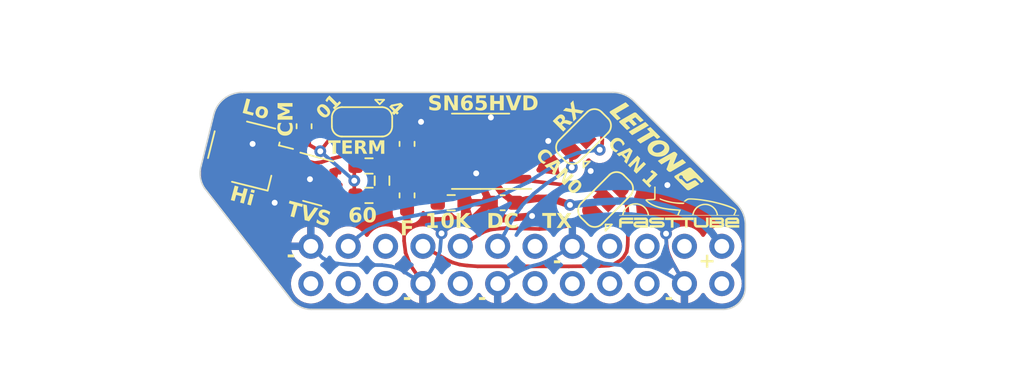
<source format=kicad_pcb>
(kicad_pcb (version 20221018) (generator pcbnew)

  (general
    (thickness 1.6)
  )

  (paper "A4")
  (layers
    (0 "F.Cu" signal)
    (31 "B.Cu" signal)
    (32 "B.Adhes" user "B.Adhesive")
    (33 "F.Adhes" user "F.Adhesive")
    (34 "B.Paste" user)
    (35 "F.Paste" user)
    (36 "B.SilkS" user "B.Silkscreen")
    (37 "F.SilkS" user "F.Silkscreen")
    (38 "B.Mask" user)
    (39 "F.Mask" user)
    (40 "Dwgs.User" user "User.Drawings")
    (41 "Cmts.User" user "User.Comments")
    (42 "Eco1.User" user "User.Eco1")
    (43 "Eco2.User" user "User.Eco2")
    (44 "Edge.Cuts" user)
    (45 "Margin" user)
    (46 "B.CrtYd" user "B.Courtyard")
    (47 "F.CrtYd" user "F.Courtyard")
    (48 "B.Fab" user)
    (49 "F.Fab" user)
    (50 "User.1" user)
    (51 "User.2" user)
    (52 "User.3" user)
    (53 "User.4" user)
    (54 "User.5" user)
    (55 "User.6" user)
    (56 "User.7" user)
    (57 "User.8" user)
    (58 "User.9" user)
  )

  (setup
    (stackup
      (layer "F.SilkS" (type "Top Silk Screen"))
      (layer "F.Paste" (type "Top Solder Paste"))
      (layer "F.Mask" (type "Top Solder Mask") (thickness 0.01))
      (layer "F.Cu" (type "copper") (thickness 0.035))
      (layer "dielectric 1" (type "core") (thickness 1.51) (material "FR4") (epsilon_r 4.5) (loss_tangent 0.02))
      (layer "B.Cu" (type "copper") (thickness 0.035))
      (layer "B.Mask" (type "Bottom Solder Mask") (thickness 0.01))
      (layer "B.Paste" (type "Bottom Solder Paste"))
      (layer "B.SilkS" (type "Bottom Silk Screen"))
      (copper_finish "None")
      (dielectric_constraints no)
    )
    (pad_to_mask_clearance 0)
    (pcbplotparams
      (layerselection 0x00010fc_ffffffff)
      (plot_on_all_layers_selection 0x0000000_00000000)
      (disableapertmacros false)
      (usegerberextensions false)
      (usegerberattributes true)
      (usegerberadvancedattributes true)
      (creategerberjobfile true)
      (dashed_line_dash_ratio 12.000000)
      (dashed_line_gap_ratio 3.000000)
      (svgprecision 4)
      (plotframeref false)
      (viasonmask false)
      (mode 1)
      (useauxorigin false)
      (hpglpennumber 1)
      (hpglpenspeed 20)
      (hpglpendiameter 15.000000)
      (dxfpolygonmode true)
      (dxfimperialunits true)
      (dxfusepcbnewfont true)
      (psnegative false)
      (psa4output false)
      (plotreference true)
      (plotvalue true)
      (plotinvisibletext false)
      (sketchpadsonfab false)
      (subtractmaskfromsilk false)
      (outputformat 1)
      (mirror false)
      (drillshape 1)
      (scaleselection 1)
      (outputdirectory "")
    )
  )

  (net 0 "")
  (net 1 "/Vref")
  (net 2 "GND")
  (net 3 "/CAN_H")
  (net 4 "/CAN_L")
  (net 5 "+3.3V")
  (net 6 "unconnected-(J1-Pin_18-Pad18)")
  (net 7 "unconnected-(J1-Pin_19-Pad19)")
  (net 8 "unconnected-(J1-Pin_21-Pad21)")
  (net 9 "unconnected-(J1-Pin_22-Pad22)")
  (net 10 "unconnected-(J1-Pin_23-Pad23)")
  (net 11 "unconnected-(J1-Pin_24-Pad24)")
  (net 12 "unconnected-(J1-Pin_26-Pad26)")
  (net 13 "unconnected-(J1-Pin_27-Pad27)")
  (net 14 "unconnected-(J1-Pin_28-Pad28)")
  (net 15 "/CAN0_DIN")
  (net 16 "/CAN0_DOUT")
  (net 17 "unconnected-(J1-Pin_32-Pad32)")
  (net 18 "/CAN1_DOUT")
  (net 19 "unconnected-(J1-Pin_35-Pad35)")
  (net 20 "unconnected-(J1-Pin_36-Pad36)")
  (net 21 "/CAN1_DIN")
  (net 22 "unconnected-(J1-Pin_38-Pad38)")
  (net 23 "unconnected-(J1-Pin_40-Pad40)")
  (net 24 "Net-(JP1-C)")
  (net 25 "/CAN_TX")
  (net 26 "/CAN_RX")
  (net 27 "Net-(U1-Rs)")

  (footprint "Jumper:SolderJumper-3_P1.3mm_Open_RoundedPad1.0x1.5mm" (layer "F.Cu") (at 129 103 45))

  (footprint "Connector_JST:JST_SH_SM02B-SRSS-TB_1x02-1MP_P1.00mm_Horizontal" (layer "F.Cu") (at 106.3 104.2 -104))

  (footprint "Jumper:SolderJumper-3_P1.3mm_Open_RoundedPad1.0x1.5mm" (layer "F.Cu") (at 113.94 102 180))

  (footprint "Capacitor_SMD:C_0603_1608Metric_Pad1.08x0.95mm_HandSolder" (layer "F.Cu") (at 117 107 -90))

  (footprint "Resistor_SMD:R_0603_1608Metric_Pad0.98x0.95mm_HandSolder" (layer "F.Cu") (at 120 107.5))

  (footprint "Package_TO_SOT_SMD:SOT-23" (layer "F.Cu") (at 110.959677 106.03213 -15))

  (footprint "Resistor_SMD:R_0603_1608Metric_Pad0.98x0.95mm_HandSolder" (layer "F.Cu") (at 114.4125 105 180))

  (footprint "Resistor_SMD:R_0603_1608Metric_Pad0.98x0.95mm_HandSolder" (layer "F.Cu") (at 114.4125 107))

  (footprint "Jumper:SolderJumper-3_P1.3mm_Open_RoundedPad1.0x1.5mm" (layer "F.Cu") (at 130.5 107.280761 45))

  (footprint "Package_SO:SOIC-8_3.9x4.9mm_P1.27mm" (layer "F.Cu") (at 122 104 180))

  (footprint "Capacitor_SMD:C_0603_1608Metric_Pad1.08x0.95mm_HandSolder" (layer "F.Cu") (at 123.5 107.5 180))

  (footprint "Capacitor_SMD:C_0603_1608Metric_Pad1.08x0.95mm_HandSolder" (layer "F.Cu") (at 110 102.3 90))

  (footprint "LOGO" (layer "F.Cu") (at 135.5 107.8))

  (footprint "LOGO" (layer "F.Cu") (at 134 103.6 -45))

  (footprint "Custom:heart" (layer "F.Cu") (at 107.5 109.5 -12))

  (footprint "Capacitor_SMD:C_0603_1608Metric_Pad1.08x0.95mm_HandSolder" (layer "F.Cu") (at 117 103.5 -90))

  (footprint "Connector_PinSocket_2.54mm:PinSocket_2x20_P2.54mm_Vertical" (layer "B.Cu") (at 158.72 110.46 90))

  (gr_line (start 115.8 105.7) (end 115.8 106.3)
    (stroke (width 0.12) (type default)) (layer "F.SilkS") (tstamp 8967a94d-f677-4ea1-9429-822bacd663ea))
  (gr_line (start 114.8 105.7) (end 114.8 106.3)
    (stroke (width 0.13) (type default)) (layer "F.SilkS") (tstamp 98e1843a-799c-446b-8d50-ec486f422c07))
  (gr_arc (start 103.241214 106.517871) (mid 102.952529 105.785646) (end 103.000001 105)
    (stroke (width 0.1) (type default)) (layer "Edge.Cuts") (tstamp 099413f2-5eaf-44a4-8f59-d980314c1e83))
  (gr_arc (start 103.868585 101.480736) (mid 104.583145 100.412781) (end 105.8 100)
    (stroke (width 0.1) (type default)) (layer "Edge.Cuts") (tstamp 1769f347-2ec8-49dc-863d-528bfb744472))
  (gr_arc (start 139.414214 107.585786) (mid 139.84776 108.234633) (end 140 109)
    (stroke (width 0.1) (type default)) (layer "Edge.Cuts") (tstamp 19fec515-c842-4f0b-b3e2-cc4e174c6dc4))
  (gr_arc (start 110.5 114.75) (mid 109.692248 114.552429) (end 109.066882 114.004327)
    (stroke (width 0.1) (type default)) (layer "Edge.Cuts") (tstamp 1ff38491-8bd0-47c0-8e40-67dca29ae869))
  (gr_line (start 105.8 100) (end 131 100)
    (stroke (width 0.1) (type default)) (layer "Edge.Cuts") (tstamp 51a917ea-8181-41e3-a6fd-c11d9780b533))
  (gr_line (start 103.241214 106.517871) (end 109.066882 114.004327)
    (stroke (width 0.1) (type default)) (layer "Edge.Cuts") (tstamp 57c5e1c6-bd49-4a14-834b-f8af8f2f4b4d))
  (gr_arc (start 131 100) (mid 131.765367 100.152241) (end 132.414214 100.585786)
    (stroke (width 0.1) (type default)) (layer "Edge.Cuts") (tstamp 639a99a0-616b-480a-be53-f229c7c1e766))
  (gr_line (start 138.5 114.75) (end 110.5 114.75)
    (stroke (width 0.1) (type default)) (layer "Edge.Cuts") (tstamp 74196c0a-88b1-41a2-90bb-9486cd81e1bf))
  (gr_line (start 132.414214 100.585786) (end 139.414214 107.585786)
    (stroke (width 0.1) (type default)) (layer "Edge.Cuts") (tstamp 936b151e-567d-4352-b6ac-347ce4404ff7))
  (gr_line (start 103.868585 101.480736) (end 103.000001 105)
    (stroke (width 0.1) (type default)) (layer "Edge.Cuts") (tstamp ba662288-f3c0-4013-b432-180156f61b96))
  (gr_line (start 140 109) (end 140 113.25)
    (stroke (width 0.1) (type default)) (layer "Edge.Cuts") (tstamp eb988446-4dc0-404a-b1d9-f7802f37c749))
  (gr_arc (start 140 113.25) (mid 139.56066 114.31066) (end 138.5 114.75)
    (stroke (width 0.1) (type default)) (layer "Edge.Cuts") (tstamp f5eba8e8-c8e1-40d0-ac8c-3278b691f97e))
  (gr_line (start 99 109) (end 141 109)
    (stroke (width 0.15) (type default)) (layer "User.2") (tstamp 2a40a08e-8a02-461f-b80c-2f900bdf566c))
  (gr_line (start 141 107) (end 99 107)
    (stroke (width 0.15) (type default)) (layer "User.2") (tstamp 3694d2f9-5ed8-4b65-b3c9-8b0e9a97649e))
  (gr_rect (start 91.4 109) (end 99 111.3)
    (stroke (width 0.15) (type default)) (fill none) (layer "User.2") (tstamp c50ba207-a66d-40fe-8639-cbc9454a443c))
  (gr_line (start 141 109) (end 141 107)
    (stroke (width 0.15) (type default)) (layer "User.2") (tstamp c85e5dcd-58d8-4626-a90f-fe33add2faa6))
  (gr_line (start 99 107) (end 99 109)
    (stroke (width 0.15) (type default)) (layer "User.2") (tstamp d326cb1c-cea6-4c59-aac3-41cc45d380b8))
  (gr_rect (start 89.4 106.9) (end 100.9 113.4)
    (stroke (width 0.15) (type default)) (fill none) (layer "User.2") (tstamp dcb48c01-6e7a-4808-baf0-bc2b44edb2ae))
  (gr_text "-" (at 109.1 111.1) (layer "F.SilkS") (tstamp 0986f880-0a27-4f22-a1f5-459ecb98d66c)
    (effects (font (face "Chinat") (size 1 1) (thickness 0.2) bold))
    (render_cache "-" 0
      (polygon
        (pts
          (xy 108.825715 111.186737)          (xy 108.825715 110.936632)          (xy 109.39016 110.936632)          (xy 109.39016 111.186737)
        )
      )
    )
  )
  (gr_text "CM" (at 108.8 101.8 90) (layer "F.SilkS") (tstamp 0a9d38e7-9397-4047-866c-815b4c96e2c6)
    (effects (font (face "Chinat") (size 1 1) (thickness 0.2) bold))
    (render_cache "CM" 90
      (polygon
        (pts
          (xy 108.941203 103.224179)          (xy 108.61807 103.224179)          (xy 108.596131 103.22384)          (xy 108.574889 103.222825)
          (xy 108.554343 103.221133)          (xy 108.534493 103.218764)          (xy 108.51534 103.215717)          (xy 108.496884 103.211994)
          (xy 108.479123 103.207594)          (xy 108.46206 103.202518)          (xy 108.445693 103.196764)          (xy 108.430022 103.190333)
          (xy 108.415048 103.183225)          (xy 108.40077 103.175441)          (xy 108.387189 103.16698)          (xy 108.374304 103.157841)
          (xy 108.362116 103.148026)          (xy 108.350624 103.137534)          (xy 108.339829 103.126365)          (xy 108.32973 103.114519)
          (xy 108.320327 103.101996)          (xy 108.311622 103.088796)          (xy 108.303612 103.074919)          (xy 108.296299 103.060365)
          (xy 108.289683 103.045135)          (xy 108.283763 103.029227)          (xy 108.278539 103.012643)          (xy 108.274012 102.995382)
          (xy 108.270181 102.977443)          (xy 108.267047 102.958828)          (xy 108.26461 102.939536)          (xy 108.262868 102.919567)
          (xy 108.261824 102.898921)          (xy 108.261475 102.877598)          (xy 108.261475 101.863258)          (xy 108.51158 101.863258)
          (xy 108.51158 102.966503)          (xy 108.980526 102.966503)          (xy 108.980526 101.863258)          (xy 109.230631 101.863258)
          (xy 109.230631 102.905686)          (xy 109.230322 102.921135)          (xy 109.229395 102.936339)          (xy 109.227849 102.951299)
          (xy 109.225685 102.966014)          (xy 109.222903 102.980486)          (xy 109.219503 102.994713)          (xy 109.215484 103.008696)
          (xy 109.210847 103.022434)          (xy 109.205592 103.035929)          (xy 109.199719 103.049179)          (xy 109.193228 103.062185)
          (xy 109.186118 103.074946)          (xy 109.17839 103.087464)          (xy 109.170044 103.099737)          (xy 109.161079 103.111766)
          (xy 109.151496 103.123551)          (xy 109.140686 103.135736)          (xy 109.129564 103.147136)          (xy 109.118131 103.157749)
          (xy 109.106388 103.167576)          (xy 109.094333 103.176616)          (xy 109.081967 103.184871)          (xy 109.069291 103.19234)
          (xy 109.056303 103.199022)          (xy 109.043004 103.204918)          (xy 109.029394 103.210028)          (xy 109.015473 103.214352)
          (xy 109.001241 103.21789)          (xy 108.986698 103.220641)          (xy 108.971844 103.222607)          (xy 108.956679 103.223786)
        )
      )
      (polygon
        (pts
          (xy 109.230631 101.803662)          (xy 108.50523 101.803662)          (xy 108.492125 101.803386)          (xy 108.47931 101.802556)
          (xy 108.466784 101.801172)          (xy 108.454549 101.799236)          (xy 108.442604 101.796745)          (xy 108.430949 101.793702)
          (xy 108.419585 101.790105)          (xy 108.40851 101.785955)          (xy 108.397725 101.781251)          (xy 108.38723 101.775994)
          (xy 108.377025 101.770184)          (xy 108.36711 101.76382)          (xy 108.357486 101.756903)          (xy 108.348151 101.749433)
          (xy 108.339106 101.741409)          (xy 108.330352 101.732832)          (xy 108.322011 101.723814)          (xy 108.314209 101.714529)
          (xy 108.306945 101.704977)          (xy 108.300218 101.695158)          (xy 108.29403 101.685071)          (xy 108.28838 101.674718)
          (xy 108.283268 101.664097)          (xy 108.278695 101.653209)          (xy 108.274659 101.642054)          (xy 108.271161 101.630632)
          (xy 108.268202 101.618942)          (xy 108.26578 101.606986)          (xy 108.263897 101.594762)          (xy 108.262552 101.582272)
          (xy 108.261744 101.569514)          (xy 108.261475 101.556489)          (xy 108.261676 101.545331)          (xy 108.262279 101.534359)
          (xy 108.263283 101.523572)          (xy 108.264689 101.512971)          (xy 108.266496 101.502556)          (xy 108.268705 101.492326)
          (xy 108.271316 101.482282)          (xy 108.274329 101.472423)          (xy 108.277743 101.46275)          (xy 108.281559 101.453263)
          (xy 108.285776 101.443961)          (xy 108.290395 101.434844)          (xy 108.295416 101.425913)          (xy 108.300839 101.417168)
          (xy 108.306663 101.408608)          (xy 108.312889 101.400234)          (xy 108.319516 101.392046)          (xy 108.326545 101.384043)
          (xy 108.333976 101.376225)          (xy 108.341808 101.368593)          (xy 108.350043 101.361147)          (xy 108.358678 101.353886)
          (xy 108.367716 101.346811)          (xy 108.377155 101.339922)          (xy 108.386996 101.333218)          (xy 108.397238 101.326699)
          (xy 108.407882 101.320366)          (xy 108.418928 101.314219)          (xy 108.430376 101.308257)          (xy 108.442225 101.302481)
          (xy 108.454475 101.29689)          (xy 108.467128 101.291485)          (xy 108.971245 101.084367)          (xy 108.43904 100.857954)
          (xy 108.428116 100.853114)          (xy 108.417538 100.84809)          (xy 108.407307 100.842881)          (xy 108.397423 100.837487)
          (xy 108.387886 100.831909)          (xy 108.378696 100.826146)          (xy 108.369852 100.820199)          (xy 108.361355 100.814067)
          (xy 108.353206 100.80775)          (xy 108.345402 100.801249)          (xy 108.337946 100.794563)          (xy 108.330837 100.787692)
          (xy 108.324074 100.780637)          (xy 108.311589 100.765973)          (xy 108.300491 100.750571)          (xy 108.290781 100.73443)
          (xy 108.282457 100.71755)          (xy 108.275521 100.699932)          (xy 108.269972 100.681576)          (xy 108.26581 100.662481)
          (xy 108.26425 100.652657)          (xy 108.263036 100.642648)          (xy 108.262169 100.632454)          (xy 108.261649 100.622076)
          (xy 108.261475 100.611513)          (xy 108.261793 100.597773)          (xy 108.262746 100.584333)          (xy 108.264335 100.571196)
          (xy 108.266559 100.55836)          (xy 108.269418 100.545825)          (xy 108.272913 100.533592)          (xy 108.277043 100.52166)
          (xy 108.281809 100.51003)          (xy 108.28721 100.498702)          (xy 108.293246 100.487674)          (xy 108.299918 100.476949)
          (xy 108.307225 100.466524)          (xy 108.315168 100.456402)          (xy 108.323746 100.446581)          (xy 108.332959 100.437061)
          (xy 108.342808 100.427843)          (xy 108.352687 100.41965)          (xy 108.362844 100.411986)          (xy 108.373279 100.40485)
          (xy 108.383994 100.398243)          (xy 108.394987 100.392165)          (xy 108.406258 100.386615)          (xy 108.417808 100.381594)
          (xy 108.429637 100.377101)          (xy 108.441744 100.373137)          (xy 108.45413 100.369701)          (xy 108.466794 100.366794)
          (xy 108.479737 100.364416)          (xy 108.492958 100.362566)          (xy 108.506459 100.361244)          (xy 108.520237 100.360452)
          (xy 108.534295 100.360187)          (xy 109.230631 100.360187)          (xy 109.230631 100.617863)          (xy 108.541378 100.617863)
          (xy 109.005439 100.831087)          (xy 109.019032 100.83742)          (xy 109.032088 100.843654)          (xy 109.044609 100.849792)
          (xy 109.056593 100.855832)          (xy 109.068041 100.861775)          (xy 109.078952 100.867621)          (xy 109.089328 100.873369)
          (xy 109.099167 100.87902)          (xy 109.108471 100.884574)          (xy 109.117237 100.89003)          (xy 109.125468 100.895389)
          (xy 109.136809 100.903245)          (xy 109.146944 100.910882)          (xy 109.155872 100.918301)          (xy 109.158579 100.920725)
          (xy 109.167304 100.928848)          (xy 109.175467 100.937219)          (xy 109.183066 100.945838)          (xy 109.190102 100.954705)
          (xy 109.196575 100.96382)          (xy 109.202486 100.973183)          (xy 109.207833 100.982795)          (xy 109.212618 100.992654)
          (xy 109.21684 101.002762)          (xy 109.220499 101.013117)          (xy 109.223595 101.023721)          (xy 109.226128 101.034572)
          (xy 109.228098 101.045672)          (xy 109.229505 101.05702)          (xy 109.23035 101.068616)          (xy 109.230631 101.080459)
          (xy 109.229746 101.099469)          (xy 109.22709 101.118092)          (xy 109.222663 101.136327)          (xy 109.216465 101.154175)
          (xy 109.208497 101.171635)          (xy 109.198757 101.188709)          (xy 109.193224 101.1971)          (xy 109.187247 101.205394)
          (xy 109.180828 101.213592)          (xy 109.173967 101.221693)          (xy 109.166662 101.229697)          (xy 109.158915 101.237604)
          (xy 109.150725 101.245414)          (xy 109.142093 101.253128)          (xy 109.133018 101.260744)          (xy 109.1235 101.268264)
          (xy 109.113539 101.275687)          (xy 109.103136 101.283013)          (xy 109.09229 101.290242)          (xy 109.081002 101.297375)
          (xy 109.06927 101.30441)          (xy 109.057096 101.311349)          (xy 109.04448 101.318191)          (xy 109.03142 101.324936)
          (xy 109.017918 101.331584)          (xy 109.003974 101.338136)          (xy 108.551147 101.545986)          (xy 109.230631 101.545986)
        )
      )
    )
  )
  (gr_text "60\n" (at 113 109) (layer "F.SilkS") (tstamp 15a52758-5e45-40df-8fc1-54a9d4fed32a)
    (effects (font (face "Chinat") (size 1 1) (thickness 0.2) bold) (justify left bottom))
    (render_cache "60\n" 0
      (polygon
        (pts
          (xy 114.316224 108.12658)          (xy 113.292847 108.12658)          (xy 113.292847 108.236001)          (xy 114.070272 108.236001)
          (xy 114.085604 108.236355)          (xy 114.100642 108.237417)          (xy 114.115386 108.239187)          (xy 114.129836 108.241664)
          (xy 114.143993 108.24485)          (xy 114.157856 108.248744)          (xy 114.171424 108.253345)          (xy 114.184699 108.258654)
          (xy 114.197681 108.264672)          (xy 114.210368 108.271397)          (xy 114.222761 108.27883)          (xy 114.234861 108.286971)
          (xy 114.246667 108.29582)          (xy 114.258178 108.305377)          (xy 114.269396 108.315642)          (xy 114.280321 108.326615)
          (xy 114.290761 108.338045)          (xy 114.300528 108.349742)          (xy 114.309621 108.361706)          (xy 114.318041 108.373937)
          (xy 114.325787 108.386435)          (xy 114.332859 108.399201)          (xy 114.339258 108.412234)          (xy 114.344984 108.425533)
          (xy 114.350036 108.4391)          (xy 114.354414 108.452934)          (xy 114.358119 108.467036)          (xy 114.36115 108.481404)
          (xy 114.363507 108.496039)          (xy 114.365191 108.510942)          (xy 114.366201 108.526112)          (xy 114.366538 108.541549)
          (xy 114.366177 108.557333)          (xy 114.365092 108.572812)          (xy 114.363284 108.587985)          (xy 114.360753 108.602854)
          (xy 114.357498 108.617417)          (xy 114.353521 108.631674)          (xy 114.34882 108.645627)          (xy 114.343396 108.659274)
          (xy 114.337249 108.672616)          (xy 114.330379 108.685652)          (xy 114.322785 108.698383)          (xy 114.314469 108.710809)
          (xy 114.305429 108.72293)          (xy 114.295666 108.734745)          (xy 114.28518 108.746255)          (xy 114.27397 108.757459)
          (xy 114.262261 108.768136)          (xy 114.250275 108.778125)          (xy 114.238012 108.787424)          (xy 114.225473 108.796034)
          (xy 114.212657 108.803956)          (xy 114.199564 108.811189)          (xy 114.186194 108.817733)          (xy 114.172548 108.823588)
          (xy 114.158626 108.828754)          (xy 114.144426 108.833232)          (xy 114.12995 108.837021)          (xy 114.115197 108.84012)
          (xy 114.100168 108.842531)          (xy 114.084861 108.844253)          (xy 114.069278 108.845287)          (xy 114.053419 108.845631)
          (xy 113.332658 108.845631)          (xy 113.31645 108.845248)          (xy 113.300617 108.844097)          (xy 113.285157 108.842179)
          (xy 113.270071 108.839494)          (xy 113.255359 108.836043)          (xy 113.241021 108.831824)          (xy 113.227058 108.826838)
          (xy 113.213468 108.821085)          (xy 113.200252 108.814564)          (xy 113.18741 108.807277)          (xy 113.174942 108.799223)
          (xy 113.162848 108.790402)          (xy 113.151129 108.780813)          (xy 113.139783 108.770458)          (xy 113.128811 108.759335)
          (xy 113.118213 108.747445)          (xy 113.108128 108.73503)          (xy 113.098693 108.72233)          (xy 113.089909 108.709346)
          (xy 113.081775 108.696078)          (xy 113.074292 108.682525)          (xy 113.06746 108.668689)          (xy 113.061279 108.654567)
          (xy 113.055748 108.640162)          (xy 113.050868 108.625472)          (xy 113.046638 108.610498)          (xy 113.04306 108.595239)
          (xy 113.040132 108.579696)          (xy 113.037854 108.563869)          (xy 113.036228 108.547758)          (xy 113.035252 108.531362)
          (xy 113.034926 108.514682)          (xy 113.034926 108.486106)          (xy 113.292847 108.486106)          (xy 113.292847 108.595526)
          (xy 114.10471 108.595526)          (xy 114.10471 108.486106)          (xy 113.292847 108.486106)          (xy 113.034926 108.486106)
          (xy 113.034926 108.193014)          (xy 113.035336 108.174254)          (xy 113.036567 108.156015)          (xy 113.038618 108.138297)
          (xy 113.04149 108.1211)          (xy 113.045183 108.104424)          (xy 113.049695 108.088268)          (xy 113.055029 108.072634)
          (xy 113.061182 108.05752)          (xy 113.068157 108.042928)          (xy 113.075951 108.028856)          (xy 113.084567 108.015306)
          (xy 113.094002 108.002276)          (xy 113.104259 107.989767)          (xy 113.115336 107.977779)          (xy 113.127233 107.966312)
          (xy 113.139951 107.955366)          (xy 113.151982 107.945813)          (xy 113.164447 107.936876)          (xy 113.177346 107.928555)
          (xy 113.190677 107.920851)          (xy 113.204441 107.913763)          (xy 113.218639 107.907292)          (xy 113.23327 107.901437)
          (xy 113.248333 107.896198)          (xy 113.26383 107.891576)          (xy 113.279761 107.887569)          (xy 113.296124 107.88418)
          (xy 113.31292 107.881406)          (xy 113.33015 107.879249)          (xy 113.347813 107.877708)          (xy 113.365909 107.876784)
          (xy 113.384438 107.876475)          (xy 114.316224 107.876475)
        )
      )
      (polygon
        (pts
          (xy 115.437084 107.876825)          (xy 115.454087 107.877872)          (xy 115.470721 107.879618)          (xy 115.486987 107.882062)
          (xy 115.502885 107.885205)          (xy 115.518414 107.889046)          (xy 115.533575 107.893586)          (xy 115.548368 107.898824)
          (xy 115.562793 107.90476)          (xy 115.576849 107.911395)          (xy 115.590537 107.918728)          (xy 115.603857 107.926759)
          (xy 115.616809 107.935489)          (xy 115.629392 107.944917)          (xy 115.641607 107.955043)          (xy 115.653454 107.965868)
          (xy 115.664752 107.977248)          (xy 115.675321 107.989041)          (xy 115.685161 108.001245)          (xy 115.694273 108.013862)
          (xy 115.702655 108.026891)          (xy 115.710309 108.040332)          (xy 115.717234 108.054185)          (xy 115.723429 108.06845)
          (xy 115.728896 108.083128)          (xy 115.733634 108.098217)          (xy 115.737643 108.113719)          (xy 115.740923 108.129633)
          (xy 115.743474 108.145959)          (xy 115.745297 108.162698)          (xy 115.74639 108.179848)          (xy 115.746755 108.197411)
          (xy 115.746755 108.520544)          (xy 115.746412 108.537387)          (xy 115.745385 108.553906)          (xy 115.743672 108.5701)
          (xy 115.741274 108.58597)          (xy 115.738192 108.601516)          (xy 115.734424 108.616737)          (xy 115.729971 108.631634)
          (xy 115.724834 108.646207)          (xy 115.719011 108.660455)          (xy 115.712503 108.674379)          (xy 115.705311 108.687978)
          (xy 115.697433 108.701253)          (xy 115.68887 108.714204)          (xy 115.679622 108.72683)          (xy 115.669689 108.739132)
          (xy 115.659071 108.751109)          (xy 115.647961 108.762555)          (xy 115.63649 108.773263)          (xy 115.624659 108.783232)
          (xy 115.612467 108.792462)          (xy 115.599914 108.800955)          (xy 115.587001 108.808708)          (xy 115.573727 108.815724)
          (xy 115.560092 108.822001)          (xy 115.546097 108.827539)          (xy 115.531741 108.832339)          (xy 115.517024 108.8364)
          (xy 115.501947 108.839723)          (xy 115.486509 108.842308)          (xy 115.470711 108.844154)          (xy 115.454551 108.845262)
          (xy 115.438032 108.845631)          (xy 114.751953 108.845631)          (xy 114.73577 108.845266)          (xy 114.719828 108.844169)
          (xy 114.704126 108.842342)          (xy 114.688664 108.839784)          (xy 114.673443 108.836496)          (xy 114.658462 108.832476)
          (xy 114.643721 108.827726)          (xy 114.629221 108.822245)          (xy 114.614962 108.816033)          (xy 114.600943 108.80909)
          (xy 114.587164 108.801416)          (xy 114.573626 108.793012)          (xy 114.560328 108.783877)          (xy 114.54727 108.774011)
          (xy 114.534453 108.763414)          (xy 114.521877 108.752086)          (xy 114.50981 108.740207)          (xy 114.498521 108.728017)
          (xy 114.488011 108.715515)          (xy 114.478279 108.702703)          (xy 114.469326 108.68958)          (xy 114.461152 108.676146)
          (xy 114.453756 108.6624)          (xy 114.447138 108.648344)          (xy 114.441299 108.633976)          (xy 114.436239 108.619298)
          (xy 114.431957 108.604309)          (xy 114.428454 108.589008)          (xy 114.425729 108.573397)          (xy 114.423783 108.557474)
          (xy 114.422615 108.541241)          (xy 114.422226 108.524696)          (xy 114.422226 108.155889)          (xy 114.422648 108.140544)
          (xy 114.423827 108.12658)          (xy 114.679902 108.12658)          (xy 114.679902 108.595526)          (xy 115.489078 108.595526)
          (xy 115.489078 108.12658)          (xy 114.679902 108.12658)          (xy 114.423827 108.12658)          (xy 114.423916 108.125527)
          (xy 114.426029 108.110838)          (xy 114.428988 108.096477)          (xy 114.432792 108.082445)          (xy 114.437441 108.06874)
          (xy 114.442936 108.055364)          (xy 114.449275 108.042316)          (xy 114.456461 108.029597)          (xy 114.464491 108.017205)
          (xy 114.473367 108.005142)          (xy 114.483088 107.993407)          (xy 114.493654 107.982)          (xy 114.505066 107.970921)
          (xy 114.517323 107.960171)          (xy 114.530425 107.949748)          (xy 114.54251 107.940875)          (xy 114.55483 107.932575)
          (xy 114.567385 107.924847)          (xy 114.580174 107.917691)          (xy 114.593198 107.911108)          (xy 114.606457 107.905098)
          (xy 114.619951 107.899659)          (xy 114.633679 107.894794)          (xy 114.647642 107.8905)          (xy 114.661839 107.886779)
          (xy 114.676272 107.883631)          (xy 114.690939 107.881055)          (xy 114.70584 107.879051)          (xy 114.720977 107.87762)
          (xy 114.736348 107.876762)          (xy 114.751953 107.876475)          (xy 115.419713 107.876475)
        )
      )
    )
  )
  (gr_text "01" (at 111.7 101 45) (layer "F.SilkS") (tstamp 16d4649f-4215-40d2-be01-dcd00949b4fb)
    (effects (font (face "Chinat") (size 0.9 0.9) (thickness 0.2) bold))
    (render_cache "01" 45
      (polygon
        (pts
          (xy 111.355863 100.78697)          (xy 111.370094 100.787748)          (xy 111.384123 100.789253)          (xy 111.397951 100.791484)
          (xy 111.411577 100.79444)          (xy 111.425001 100.798123)          (xy 111.438224 100.802533)          (xy 111.451246 100.807668)
          (xy 111.464065 100.81353)          (xy 111.476684 100.820118)          (xy 111.4891 100.827432)          (xy 111.501315 100.835472)
          (xy 111.513329 100.844238)          (xy 111.525141 100.85373)          (xy 111.536751 100.863949)          (xy 111.54816 100.874894)
          (xy 111.7538 101.080535)          (xy 111.764301 101.091472)          (xy 111.77416 101.102638)          (xy 111.783376 101.114034)
          (xy 111.79195 101.125659)          (xy 111.799881 101.137514)          (xy 111.80717 101.149599)          (xy 111.813817 101.161913)
          (xy 111.819821 101.174456)          (xy 111.825183 101.187229)          (xy 111.829903 101.200232)          (xy 111.83398 101.213464)
          (xy 111.837415 101.226925)          (xy 111.840207 101.240617)          (xy 111.842357 101.254537)          (xy 111.843865 101.268687)
          (xy 111.84473 101.283067)          (xy 111.844944 101.297421)          (xy 111.844458 101.311536)          (xy 111.843273 101.325409)
          (xy 111.841388 101.339043)          (xy 111.838804 101.352436)          (xy 111.83552 101.365588)          (xy 111.831537 101.3785)
          (xy 111.826855 101.391172)          (xy 111.821473 101.403603)          (xy 111.815391 101.415794)          (xy 111.808611 101.427744)
          (xy 111.80113 101.439454)          (xy 111.792951 101.450923)          (xy 111.784071 101.462152)          (xy 111.774493 101.473141)
          (xy 111.764214 101.483889)          (xy 111.327597 101.920506)          (xy 111.317066 101.930573)          (xy 111.306222 101.940021)
          (xy 111.295067 101.948851)          (xy 111.283599 101.957063)          (xy 111.271819 101.964657)          (xy 111.259728 101.971633)
          (xy 111.247324 101.97799)          (xy 111.234608 101.98373)          (xy 111.22158 101.988851)          (xy 111.20824 101.993355)
          (xy 111.194588 101.99724)          (xy 111.180623 102.000507)          (xy 111.166347 102.003156)          (xy 111.151758 102.005187)
          (xy 111.136858 102.0066)          (xy 111.121645 102.007395)          (xy 111.106406 102.007514)          (xy 111.091464 102.006941)
          (xy 111.07682 102.005673)          (xy 111.062473 102.003713)          (xy 111.048424 102.001059)          (xy 111.034672 101.997712)
          (xy 111.021218 101.993671)          (xy 111.008061 101.988937)          (xy 110.995202 101.983509)          (xy 110.98264 101.977388)
          (xy 110.970376 101.970574)          (xy 110.958409 101.963067)          (xy 110.94674 101.954866)          (xy 110.935368 101.945971)
          (xy 110.924294 101.936383)          (xy 110.913518 101.926102)          (xy 110.67881 101.691395)          (xy 110.669314 101.68136)
          (xy 110.660564 101.670997)          (xy 110.652561 101.660304)          (xy 110.645304 101.649282)          (xy 110.638795 101.637931)
          (xy 110.633032 101.626251)          (xy 110.628017 101.614241)          (xy 110.623748 101.601903)          (xy 110.620225 101.589236)
          (xy 110.61745 101.576239)          (xy 110.615421 101.562914)          (xy 110.61414 101.549259)          (xy 110.613605 101.535276)
          (xy 110.613817 101.520963)          (xy 110.614615 101.508759)          (xy 110.824142 101.508759)          (xy 111.122578 101.807194)
          (xy 111.637535 101.292237)          (xy 111.339099 100.993802)          (xy 110.824142 101.508759)          (xy 110.614615 101.508759)
          (xy 110.614775 101.506321)          (xy 110.616481 101.49135)          (xy 110.618525 101.478012)          (xy 110.621083 101.464889)
          (xy 110.624155 101.451982)          (xy 110.62774 101.439289)          (xy 110.631839 101.426811)          (xy 110.636452 101.414548)
          (xy 110.641578 101.4025)          (xy 110.647218 101.390667)          (xy 110.653372 101.379049)          (xy 110.660039 101.367645)
          (xy 110.66722 101.356457)          (xy 110.674915 101.345484)          (xy 110.683123 101.334725)          (xy 110.691845 101.324182)
          (xy 110.701081 101.313853)          (xy 110.71083 101.30374)          (xy 111.13579 100.87878)          (xy 111.147067 100.867947)
          (xy 111.158554 100.857794)          (xy 111.170251 100.848319)          (xy 111.182158 100.839523)          (xy 111.194275 100.831405)
          (xy 111.206603 100.823967)          (xy 111.21914 100.817207)          (xy 111.231888 100.811127)          (xy 111.244845 100.805725)
          (xy 111.258013 100.801001)          (xy 111.271391 100.796957)          (xy 111.284979 100.793592)          (xy 111.298777 100.790905)
          (xy 111.312785 100.788897)          (xy 111.327003 100.787568)          (xy 111.341431 100.786918)
        )
      )
      (polygon
        (pts
          (xy 111.672974 100.63941)          (xy 111.680746 100.432992)          (xy 111.681574 100.420155)          (xy 111.682932 100.407563)
          (xy 111.684819 100.395217)          (xy 111.687235 100.383116)          (xy 111.690181 100.371261)          (xy 111.693657 100.359651)
          (xy 111.697661 100.348286)          (xy 111.702196 100.337166)          (xy 111.70726 100.326291)          (xy 111.712853 100.315662)
          (xy 111.718976 100.305279)          (xy 111.725628 100.29514)          (xy 111.732809 100.285247)          (xy 111.74052 100.275599)
          (xy 111.748761 100.266196)          (xy 111.757531 100.257039)          (xy 111.765818 100.249126)          (xy 111.77432 100.241746)
          (xy 111.783037 100.234899)          (xy 111.791969 100.228585)          (xy 111.801116 100.222804)          (xy 111.810478 100.217556)
          (xy 111.820055 100.212841)          (xy 111.829847 100.20866)          (xy 111.839854 100.205011)          (xy 111.850075 100.201896)
          (xy 111.860512 100.199314)          (xy 111.871164 100.197264)          (xy 111.88203 100.195748)          (xy 111.893112 100.194765)
          (xy 111.904408 100.194315)          (xy 111.915919 100.194399)          (xy 111.927432 100.194995)          (xy 111.938734 100.196084)
          (xy 111.949825 100.197666)          (xy 111.960704 100.199742)          (xy 111.971372 100.20231)          (xy 111.981829 100.205371)
          (xy 111.992074 100.208926)          (xy 112.002108 100.212973)          (xy 112.011931 100.217514)          (xy 112.021542 100.222547)
          (xy 112.030942 100.228073)          (xy 112.040131 100.234093)          (xy 112.049109 100.240605)          (xy 112.057875 100.247611)
          (xy 112.06643 100.255109)          (xy 112.074774 100.263101)          (xy 112.529888 100.718215)          (xy 112.365749 100.882355)
          (xy 111.908458 100.425064)          (xy 111.907526 100.644228)
        )
      )
    )
  )
  (gr_text "4" (at 116.2 101.1 -45) (layer "F.SilkS") (tstamp 2304e524-4e5d-4fff-b303-6318b98ea3d8)
    (effects (font (face "Chinat") (size 0.9 0.9) (thickness 0.2) bold))
    (render_cache "4" -45
      (polygon
        (pts
          (xy 115.897658 100.570763)          (xy 116.126925 100.341496)          (xy 116.290909 100.50548)          (xy 116.002422 100.793968)
          (xy 116.451319 101.242865)          (xy 116.739806 100.954377)          (xy 116.903946 101.118517)          (xy 116.615458 101.407004)
          (xy 116.68043 101.471976)          (xy 116.521264 101.631142)          (xy 116.456293 101.56617)          (xy 116.287179 101.735284)
          (xy 116.123039 101.571144)          (xy 116.292153 101.40203)          (xy 115.915844 101.025722)          (xy 115.909362 101.019133)
          (xy 115.903069 101.012521)          (xy 115.896965 101.005886)          (xy 115.89105 100.999227)          (xy 115.885324 100.992545)
          (xy 115.87444 100.979111)          (xy 115.864313 100.965583)          (xy 115.854942 100.951962)          (xy 115.846327 100.938247)
          (xy 115.838469 100.924439)          (xy 115.831368 100.910538)          (xy 115.825023 100.896542)          (xy 115.819434 100.882454)
          (xy 115.814602 100.868271)          (xy 115.810527 100.853996)          (xy 115.807208 100.839626)          (xy 115.804646 100.825164)
          (xy 115.80284 100.810607)          (xy 115.802221 100.803294)          (xy 115.801264 100.78765)          (xy 115.80123 100.772154)
          (xy 115.802119 100.756806)          (xy 115.803931 100.741606)          (xy 115.806666 100.726554)          (xy 115.810323 100.71165)
          (xy 115.814904 100.696895)          (xy 115.820407 100.682288)          (xy 115.826833 100.667829)          (xy 115.834183 100.653518)
          (xy 115.842455 100.639355)          (xy 115.85165 100.62534)          (xy 115.861767 100.611474)          (xy 115.872808 100.597755)
          (xy 115.878675 100.590952)          (xy 115.884772 100.584185)          (xy 115.8911 100.577456)
        )
      )
    )
  )
  (gr_text "Lo" (at 106.7 101.2 345) (layer "F.SilkS") (tstamp 236e8aeb-0edc-496c-af54-b94531857b29)
    (effects (font (face "Chinat") (size 1 1) (thickness 0.2) bold))
    (render_cache "Lo" 345
      (polygon
        (pts
          (xy 105.371263 100.982818)          (xy 105.545357 100.333093)          (xy 105.794253 100.399784)          (xy 105.608149 101.094334)
          (xy 106.650917 101.373743)          (xy 106.586185 101.615326)          (xy 105.584703 101.346979)          (xy 105.570649 101.342858)
          (xy 105.556973 101.338127)          (xy 105.543676 101.332786)          (xy 105.530758 101.326835)          (xy 105.518218 101.320275)
          (xy 105.506057 101.313105)          (xy 105.494275 101.305326)          (xy 105.482871 101.296936)          (xy 105.471847 101.287937)
          (xy 105.461201 101.278329)          (xy 105.450933 101.26811)          (xy 105.441044 101.257282)          (xy 105.431534 101.245844)
          (xy 105.422403 101.233797)          (xy 105.41365 101.22114)          (xy 105.405276 101.207873)          (xy 105.397498 101.194278)
          (xy 105.390473 101.18062)          (xy 105.384202 101.166899)          (xy 105.378685 101.153116)          (xy 105.373921 101.139269)
          (xy 105.369912 101.12536)          (xy 105.366655 101.111388)          (xy 105.364153 101.097354)          (xy 105.362404 101.083257)
          (xy 105.361408 101.069096)          (xy 105.361167 101.054874)          (xy 105.361679 101.040588)          (xy 105.362944 101.02624)
          (xy 105.364964 101.011828)          (xy 105.367737 100.997354)
        )
      )
      (polygon
        (pts
          (xy 107.091965 100.755778)          (xy 107.106638 100.756731)          (xy 107.121319 100.758349)          (xy 107.136011 100.760631)
          (xy 107.150712 100.763577)          (xy 107.165423 100.767188)          (xy 107.855018 100.951965)          (xy 107.86958 100.956246)
          (xy 107.883716 100.961171)          (xy 107.897427 100.966742)          (xy 107.910712 100.972956)          (xy 107.923571 100.
... [233006 chars truncated]
</source>
